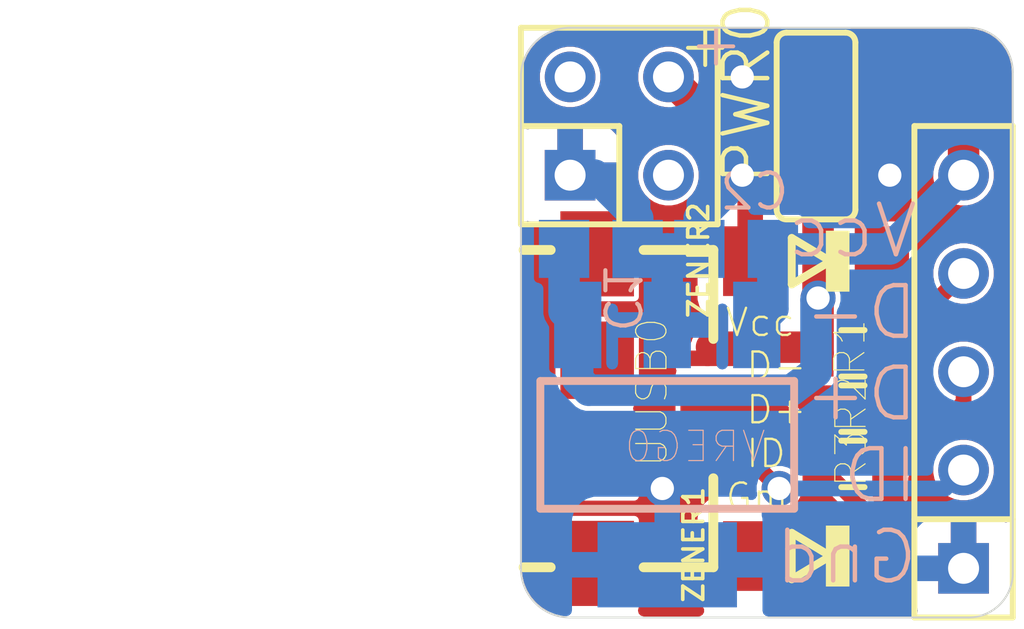
<source format=kicad_pcb>
(kicad_pcb (version 20241229) (generator "pcbnew") (generator_version "9.0")
  (layers (0 "F.Cu" signal) (2 "B.Cu" signal) (13 "F.Paste" user) (15 "B.Paste" user) (5 "F.SilkS" user "F.Silkscreen") (7 "B.SilkS" user "B.Silkscreen") (1 "F.Mask" user) (3 "B.Mask" user) (25 "Edge.Cuts" user))
  (net 0 "")
  (net 1 "D-")
  (net 2 "ID")
  (net 3 "GND")
  (net 4 "N$1")
  (net 5 "N$2")
  (net 6 "N$3")
  (net 7 "VDD")
  (net 8 "VBUS")
  (net 9 "VRAIL")
  (footprint "uUSB breakout v3:M1X5" (layer "F.Cu") (at 153.5811 106.2736 90)
    (property "Reference" "J2" (hide yes))
    (property "Value" "CON_HEADER_1X05-PTH" (hide yes))
    (fp_line (start 6.35 -1.27) (end 6.35 1.27) (stroke (width 0.1524)) (layer "F.SilkS"))
    (fp_line (start -3.81 -1.27) (end 6.35 -1.27) (stroke (width 0.1524)) (layer "F.SilkS"))
    (fp_line (start -6.35 -1.27) (end -3.81 -1.27) (stroke (width 0.1524)) (layer "F.SilkS"))
    (fp_line (start 6.35 1.27) (end -3.81 1.27) (stroke (width 0.1524)) (layer "F.SilkS"))
    (fp_line (start -3.81 1.27) (end -3.81 -1.27) (stroke (width 0.1524)) (layer "F.SilkS"))
    (fp_line (start -3.81 1.27) (end -6.35 1.27) (stroke (width 0.1524)) (layer "F.SilkS"))
    (fp_line (start -6.35 1.27) (end -6.35 -1.27) (stroke (width 0.1524)) (layer "F.SilkS"))
    (pad "1" thru_hole rect (at -5.08 0 90) (size 1.308 1.308) (drill 0.8) (layers "*.Cu" "*.Mask") (net 3 "GND"))
    (pad "2" thru_hole circle (at -2.54 0 90) (size 1.308 1.308) (drill 0.8) (layers "*.Cu" "*.Mask") (net 2 "ID"))
    (pad "3" thru_hole circle (at 0 0 90) (size 1.308 1.308) (drill 0.8) (layers "*.Cu" "*.Mask") (net 5 "N$2"))
    (pad "4" thru_hole circle (at 2.54 0 90) (size 1.308 1.308) (drill 0.8) (layers "*.Cu" "*.Mask") (net 4 "N$1"))
    (pad "5" thru_hole circle (at 5.08 0 90) (size 1.308 1.308) (drill 0.8) (layers "*.Cu" "*.Mask") (net 7 "VDD"))
  )
  (footprint "uUSB breakout v3:SOD80C" (layer "F.Cu") (at 149.7711 111.0361 180)
    (property "Reference" "ZENER1" (at 3.46075 1.8415 90) (layer "F.SilkS") (effects (font (size 0.516128 0.516128) (thickness 0.093472)) (justify right top)))
    (property "Value" "3.6V" (hide yes))
    (fp_line (start 0.627 0.6) (end 0.627 -0.6) (stroke (width 0.2032)) (layer "F.SilkS"))
    (fp_line (start 0.627 -0.6) (end -0.373 0) (stroke (width 0.2032)) (layer "F.SilkS"))
    (fp_line (start -0.373 0) (end 0.627 0.6) (stroke (width 0.2032)) (layer "F.SilkS"))
    (fp_poly (pts (xy -0.8636 0.7874) (xy -0.254 0.7874) (xy -0.254 -0.7874) (xy -0.8636 -0.7874)) (fill yes) (layer "F.SilkS"))
    (pad "A" smd rect (at 1.7 0 180) (size 1.4 1.8) (layers "F.Cu" "F.Mask" "F.Paste") (net 3 "GND"))
    (pad "C" smd rect (at -1.7 0 180) (size 1.4 1.8) (layers "F.Cu" "F.Mask" "F.Paste") (net 6 "N$3"))
  )
  (footprint "uUSB breakout v3:M2X2" (layer "F.Cu") (at 144.6911 99.9236)
    (property "Reference" "PWR0" (at 3.96875 1.5875 90) (layer "F.SilkS") (effects (font (size 1.1557 1.1557) (thickness 0.1143)) (justify left bottom)))
    (property "Value" "CON_HEADER_2X02-PTH" (hide yes))
    (fp_line (start -2.54 -2.54) (end -2.54 0) (stroke (width 0.1524)) (layer "F.SilkS"))
    (fp_line (start -2.54 0) (end -2.54 2.54) (stroke (width 0.1524)) (layer "F.SilkS"))
    (fp_line (start -2.54 2.54) (end 0 2.54) (stroke (width 0.1524)) (layer "F.SilkS"))
    (fp_line (start 0 0) (end -2.54 0) (stroke (width 0.1524)) (layer "F.SilkS"))
    (fp_line (start 0 0) (end 0 2.54) (stroke (width 0.1524)) (layer "F.SilkS"))
    (fp_line (start 0 2.54) (end 2.54 2.54) (stroke (width 0.1524)) (layer "F.SilkS"))
    (fp_line (start 2.54 -2.54) (end -2.54 -2.54) (stroke (width 0.1524)) (layer "F.SilkS"))
    (fp_line (start 2.54 2.54) (end 2.54 -2.54) (stroke (width 0.1524)) (layer "F.SilkS"))
    (pad "1" thru_hole rect (at -1.27 1.27) (size 1.308 1.308) (drill 0.8) (layers "*.Cu" "*.Mask") (net 3 "GND"))
    (pad "2" thru_hole circle (at -1.27 -1.27) (size 1.308 1.308) (drill 0.8) (layers "*.Cu" "*.Mask"))
    (pad "3" thru_hole circle (at 1.27 1.27) (size 1.308 1.308) (drill 0.8) (layers "*.Cu" "*.Mask"))
    (pad "4" thru_hole circle (at 1.27 -1.27) (size 1.308 1.308) (drill 0.8) (layers "*.Cu" "*.Mask") (net 9 "VRAIL"))
  )
  (footprint "uUSB breakout v3:0805" (layer "F.Cu") (at 150.7236 108.65485)
    (property "Reference" "R3" (at 0.41275 0.650875 90) (layer "F.SilkS") (effects (font (size 0.782889 0.782889) (thickness 0.029911)) (justify left bottom)))
    (property "Value" "68" (hide yes))
    (fp_line (start -0.3 -0.6) (end 0.3 -0.6) (stroke (width 0.1524)) (layer "F.SilkS"))
    (fp_line (start -0.3 0.6) (end 0.3 0.6) (stroke (width 0.1524)) (layer "F.SilkS"))
    (pad "1" smd rect (at -0.9 0) (size 0.8 1.2) (layers "F.Cu" "F.Mask" "F.Paste") (net 6 "N$3"))
    (pad "2" smd rect (at 0.9 0) (size 0.8 1.2) (layers "F.Cu" "F.Mask" "F.Paste") (net 5 "N$2"))
  )
  (footprint "uUSB breakout v3:0805" (layer "F.Cu") (at 150.7236 105.79735 180)
    (property "Reference" "R1" (at -0.381 -0.635 90) (layer "F.SilkS") (effects (font (size 0.782889 0.782889) (thickness 0.029911)) (justify left bottom)))
    (property "Value" "1.5k" (hide yes))
    (fp_line (start -0.3 0.6) (end 0.3 0.6) (stroke (width 0.1524)) (layer "F.SilkS"))
    (fp_line (start -0.3 -0.6) (end 0.3 -0.6) (stroke (width 0.1524)) (layer "F.SilkS"))
    (pad "1" smd rect (at -0.9 0 180) (size 0.8 1.2) (layers "F.Cu" "F.Mask" "F.Paste") (net 1 "D-"))
    (pad "2" smd rect (at 0.9 0 180) (size 0.8 1.2) (layers "F.Cu" "F.Mask" "F.Paste") (net 8 "VBUS"))
  )
  (footprint "uUSB breakout v3:0805" (layer "F.Cu") (at 150.7236 107.2261)
    (property "Reference" "R2" (at 0.41275 0.66675 90) (layer "F.SilkS") (effects (font (size 0.782889 0.782889) (thickness 0.029911)) (justify left bottom)))
    (property "Value" "68" (hide yes))
    (fp_line (start -0.3 -0.6) (end 0.3 -0.6) (stroke (width 0.1524)) (layer "F.SilkS"))
    (fp_line (start -0.3 0.6) (end 0.3 0.6) (stroke (width 0.1524)) (layer "F.SilkS"))
    (pad "1" smd rect (at -0.9 0) (size 0.8 1.2) (layers "F.Cu" "F.Mask" "F.Paste") (net 1 "D-"))
    (pad "2" smd rect (at 0.9 0) (size 0.8 1.2) (layers "F.Cu" "F.Mask" "F.Paste") (net 4 "N$1"))
  )
  (footprint "uUSB breakout v3:SJ_2" (layer "F.Cu") (at 149.7711 99.9236 -90)
    (property "Reference" "SJ1" (hide yes))
    (property "Value" "")
    (fp_line (start 2.159 1.016) (end -2.159 1.016) (stroke (width 0.1524)) (layer "F.SilkS"))
    (fp_line (start -2.413 0.762) (end -2.413 -0.762) (stroke (width 0.1524)) (layer "F.SilkS"))
    (fp_line (start 2.413 0.762) (end 2.413 -0.762) (stroke (width 0.1524)) (layer "F.SilkS"))
    (fp_line (start -2.159 -1.016) (end 2.159 -1.016) (stroke (width 0.1524)) (layer "F.SilkS"))
    (fp_arc (start -2.159 1.016) (mid -2.338605 0.941605) (end -2.413 0.762) (stroke (width 0.1524)) (layer "F.SilkS"))
    (fp_arc (start 2.413 0.762) (mid 2.338605 0.941605) (end 2.159 1.016) (stroke (width 0.1524)) (layer "F.SilkS"))
    (fp_arc (start -2.413 -0.762) (mid -2.338605 -0.941605) (end -2.159 -1.016) (stroke (width 0.1524)) (layer "F.SilkS"))
    (fp_arc (start 2.159 -1.016) (mid 2.338605 -0.941605) (end 2.413 -0.762) (stroke (width 0.1524)) (layer "F.SilkS"))
    (pad "1" smd rect (at -1.524 0 270) (size 1.1684 1.6002) (layers "F.Cu" "F.Mask" "F.Paste") (net 7 "VDD"))
    (pad "2" smd rect (at 0 0 270) (size 1.1684 1.6002) (layers "F.Cu" "F.Mask" "F.Paste") (net 9 "VRAIL"))
    (pad "3" smd rect (at 1.524 0 270) (size 1.1684 1.6002) (layers "F.Cu" "F.Mask" "F.Paste") (net 8 "VBUS"))
  )
  (footprint "uUSB breakout v3:SOD80C" (layer "F.Cu") (at 149.7711 103.4161 180)
    (property "Reference" "ZENER2" (at 2.7305 -1.524 90) (layer "F.SilkS") (effects (font (size 0.516128 0.516128) (thickness 0.093472)) (justify left bottom)))
    (property "Value" "3.6V" (hide yes))
    (fp_line (start 0.627 0.6) (end 0.627 -0.6) (stroke (width 0.2032)) (layer "F.SilkS"))
    (fp_line (start 0.627 -0.6) (end -0.373 0) (stroke (width 0.2032)) (layer "F.SilkS"))
    (fp_line (start -0.373 0) (end 0.627 0.6) (stroke (width 0.2032)) (layer "F.SilkS"))
    (fp_poly (pts (xy -0.8636 0.7874) (xy -0.254 0.7874) (xy -0.254 -0.7874) (xy -0.8636 -0.7874)) (fill yes) (layer "F.SilkS"))
    (pad "A" smd rect (at 1.7 0 180) (size 1.4 1.8) (layers "F.Cu" "F.Mask" "F.Paste") (net 3 "GND"))
    (pad "C" smd rect (at -1.7 0 180) (size 1.4 1.8) (layers "F.Cu" "F.Mask" "F.Paste") (net 1 "D-"))
  )
  (footprint "uUSB breakout v3:USB-AB-MICRO-SMD" (layer "F.Cu") (at 144.1196 107.2261)
    (property "Reference" "UUSB0" (at 1.87325 1.55575 90) (layer "F.SilkS") (effects (font (size 0.782889 0.782889) (thickness 0.029911)) (justify left bottom)))
    (property "Value" "")
    (fp_line (start -1.2 -4.1) (end -1.9 -4.1) (stroke (width 0.254)) (layer "F.SilkS"))
    (fp_line (start -1.2 4.1) (end -1.9 4.1) (stroke (width 0.254)) (layer "F.SilkS"))
    (fp_line (start 1.2 -4.1) (end 3 -4.1) (stroke (width 0.254)) (layer "F.SilkS"))
    (fp_line (start 3 -4.1) (end 3 -1.8) (stroke (width 0.254)) (layer "F.SilkS"))
    (fp_line (start 3 1.8) (end 3 4.1) (stroke (width 0.254)) (layer "F.SilkS"))
    (fp_line (start 3 4.1) (end 1.2 4.1) (stroke (width 0.254)) (layer "F.SilkS"))
    (pad "D+" smd rect (at 2.85 0 90) (size 0.4 1.4) (layers "F.Cu" "F.Mask" "F.Paste") (net 6 "N$3"))
    (pad "D-" smd rect (at 2.85 -0.65 90) (size 0.4 1.4) (layers "F.Cu" "F.Mask" "F.Paste") (net 1 "D-"))
    (pad "GND" smd rect (at 2.85 1.3 90) (size 0.4 1.4) (layers "F.Cu" "F.Mask" "F.Paste") (net 3 "GND"))
    (pad "ID" smd rect (at 2.85 0.65 90) (size 0.4 1.4) (layers "F.Cu" "F.Mask" "F.Paste") (net 2 "ID"))
    (pad "P$6" smd rect (at 0 -1.25 90) (size 2 1.9) (layers "F.Cu" "F.Mask" "F.Paste"))
    (pad "P$7" smd rect (at 0 1.25 90) (size 2 1.9) (layers "F.Cu" "F.Mask" "F.Paste"))
    (pad "P$8" smd rect (at 0 -4 90) (size 2.2 1.9) (layers "F.Cu" "F.Mask" "F.Paste"))
    (pad "P$9" smd rect (at 0 4 90) (size 2.2 1.9) (layers "F.Cu" "F.Mask" "F.Paste"))
    (pad "VBUS" smd rect (at 2.85 -1.3 90) (size 0.4 1.4) (layers "F.Cu" "F.Mask" "F.Paste") (net 8 "VBUS"))
  )
  (footprint "uUSB breakout v3:C805" (layer "B.Cu") (at 144.21485 103.0986)
    (property "Reference" "C1" (at 0 2.2225 270) (layer "B.SilkS") (effects (font (size 0.90871 0.90871) (thickness 0.10729)) (justify left bottom mirror)))
    (property "Value" "")
    (pad "1" smd rect (at -0.95 0) (size 1.3 1.5) (layers "B.Cu" "B.Mask" "B.Paste") (net 8 "VBUS"))
    (pad "2" smd rect (at 0.95 0) (size 1.3 1.5) (layers "B.Cu" "B.Mask" "B.Paste") (net 3 "GND"))
  )
  (footprint "uUSB breakout v3:C805" (layer "B.Cu") (at 147.70735 103.0986 180)
    (property "Reference" "C2" (at -1.42875 0.9525 0) (layer "B.SilkS") (effects (font (size 0.90871 0.90871) (thickness 0.10729)) (justify left bottom mirror)))
    (property "Value" "")
    (pad "1" smd rect (at -0.95 0 180) (size 1.3 1.5) (layers "B.Cu" "B.Mask" "B.Paste") (net 7 "VDD"))
    (pad "2" smd rect (at 0.95 0 180) (size 1.3 1.5) (layers "B.Cu" "B.Mask" "B.Paste") (net 3 "GND"))
  )
  (footprint "uUSB breakout v3:SOT223" (layer "B.Cu") (at 145.92935 108.162725)
    (property "Reference" "VREG0" (at -1.143 -0.41275 0) (layer "B.SilkS") (effects (font (size 0.782889 0.782889) (thickness 0.029911)) (justify right top mirror)))
    (property "Value" "")
    (fp_line (start -3.2766 -1.651) (end -3.2766 1.651) (stroke (width 0.2032)) (layer "B.SilkS"))
    (fp_line (start -3.2766 1.651) (end 3.2766 1.651) (stroke (width 0.2032)) (layer "B.SilkS"))
    (fp_line (start 3.2766 -1.651) (end -3.2766 -1.651) (stroke (width 0.2032)) (layer "B.SilkS"))
    (fp_line (start 3.2766 1.651) (end 3.2766 -1.651) (stroke (width 0.2032)) (layer "B.SilkS"))
    (pad "1" smd rect (at -2.3114 -3.0988) (size 1.2192 2.2352) (layers "B.Cu" "B.Mask" "B.Paste") (net 8 "VBUS"))
    (pad "2" smd rect (at 0 -3.0988) (size 1.2192 2.2352) (layers "B.Cu" "B.Mask" "B.Paste") (net 3 "GND"))
    (pad "3" smd rect (at 2.3114 -3.0988) (size 1.2192 2.2352) (layers "B.Cu" "B.Mask" "B.Paste") (net 7 "VDD"))
    (pad "4" smd rect (at 0 3.099) (size 3.6 2.2) (layers "B.Cu" "B.Mask" "B.Paste") (net 3 "GND"))
  )
  (gr_arc (start 153.706337 97.3836) (mid 154.515807 97.718893) (end 154.8511 98.528363) (stroke (width 0.05)) (layer "Edge.Cuts"))
  (gr_arc (start 143.4211 112.6236) (mid 142.523074 112.251626) (end 142.1511 111.3536) (stroke (width 0.05)) (layer "Edge.Cuts"))
  (gr_line (start 142.1511 98.6536) (end 142.1511 111.3536) (stroke (width 0.05)) (layer "Edge.Cuts"))
  (gr_arc (start 154.8511 111.478839) (mid 154.515806 112.288308) (end 153.706337 112.6236) (stroke (width 0.05)) (layer "Edge.Cuts"))
  (gr_arc (start 142.1511 98.6536) (mid 142.523074 97.755574) (end 143.4211 97.3836) (stroke (width 0.05)) (layer "Edge.Cuts"))
  (gr_line (start 153.706337 97.3836) (end 143.4211 97.3836) (stroke (width 0.05)) (layer "Edge.Cuts"))
  (gr_line (start 143.4211 112.6236) (end 153.706337 112.6236) (stroke (width 0.05)) (layer "Edge.Cuts"))
  (gr_line (start 154.8511 111.478838) (end 154.8511 98.528363) (stroke (width 0.05)) (layer "Edge.Cuts"))
  (gr_text "Vcc\n D-\n D+\n ID\nGnd" (at 147.38985 109.92485 0) (layer "F.SilkS") (effects (font (size 0.70104 0.70104) (thickness 0.06096)) (justify left bottom)))
  (gr_text "+" (at 146.11985 98.49485 0) (layer "F.SilkS") (effects (font (size 1.1684 1.1684) (thickness 0.1016)) (justify left bottom)))
  (gr_text "Vcc\nD-\nD+\nID\nGnd" (at 152.46985 111.82985 -0) (layer "B.SilkS") (effects (font (size 1.308608 1.308608) (thickness 0.113792)) (justify left bottom mirror)))
  (gr_text "+" (at 146.5961 98.6536 -90) (layer "B.SilkS") (effects (font (size 1.1684 1.1684) (thickness 0.1016)) (justify left bottom mirror)))
  (segment (start 149.61235 107.2261) (end 149.8236 107.2261) (width 0.4064) (layer "F.Cu") (net 1))
  (segment (start 151.0411 106.2736) (end 150.0886 107.2261) (width 0.4064) (layer "F.Cu") (net 1))
  (segment (start 146.9696 106.5761) (end 148.96235 106.5761) (width 0.4064) (layer "F.Cu") (net 1))
  (segment (start 151.51735 105.79735) (end 151.0411 106.2736) (width 0.4064) (layer "F.Cu") (net 1))
  (segment (start 151.14735 106.2736) (end 151.0411 106.2736) (width 0.4064) (layer "F.Cu") (net 1))
  (segment (start 151.6236 105.79735) (end 151.14735 106.2736) (width 0.4064) (layer "F.Cu") (net 1))
  (segment (start 148.96235 106.5761) (end 149.61235 107.2261) (width 0.4064) (layer "F.Cu") (net 1))
  (segment (start 151.6236 105.79735) (end 151.51735 105.79735) (width 0.4064) (layer "F.Cu") (net 1))
  (segment (start 150.0886 107.2261) (end 149.8236 107.2261) (width 0.4064) (layer "F.Cu") (net 1))
  (segment (start 151.4711 103.4161) (end 151.6236 103.5686) (width 0.4064) (layer "F.Cu") (net 1))
  (segment (start 151.6236 103.5686) (end 151.6236 105.79735) (width 0.4064) (layer "F.Cu") (net 1))
  (segment (start 148.34235 108.8136) (end 148.8186 109.28985) (width 0.4064) (layer "F.Cu") (net 2))
  (segment (start 146.9696 107.8761) (end 148.1986 107.8761) (width 0.4064) (layer "F.Cu") (net 2))
  (segment (start 148.1986 107.8761) (end 148.34235 108.01985) (width 0.4064) (layer "F.Cu") (net 2))
  (segment (start 148.34235 108.01985) (end 148.34235 108.8136) (width 0.4064) (layer "F.Cu") (net 2))
  (via (at 148.8186 109.28985) (size 0.9048) (drill 0.6) (layers "F.Cu" "B.Cu") (net 2))
  (segment (start 153.10485 109.28985) (end 153.5811 108.8136) (width 0.4064) (layer "B.Cu") (net 2))
  (segment (start 148.8186 109.28985) (end 153.10485 109.28985) (width 0.4064) (layer "B.Cu") (net 2))
  (segment (start 146.2786 100.08235) (end 146.9136 100.71735) (width 0.4064) (layer "F.Cu") (net 3))
  (segment (start 147.38985 100.71735) (end 146.9136 100.71735) (width 0.4064) (layer "F.Cu") (net 3))
  (segment (start 145.0086 101.66985) (end 145.80235 102.30485) (width 0.3556) (layer "F.Cu") (net 3))
  (segment (start 147.8661 101.1936) (end 147.38985 100.71735) (width 0.4064) (layer "F.Cu") (net 3))
  (via (at 151.6761 101.1936) (size 0.9048) (drill 0.6) (layers "F.Cu" "B.Cu") (net 3))
  (via (at 147.8661 101.1936) (size 0.9048) (drill 0.6) (layers "F.Cu" "B.Cu") (net 3))
  (via (at 145.80235 109.28985) (size 0.9048) (drill 0.6) (layers "F.Cu" "B.Cu") (net 3))
  (via (at 147.8661 98.6536) (size 0.9048) (drill 0.6) (layers "F.Cu" "B.Cu") (net 3))
  (segment (start 143.4211 101.1936) (end 144.0561 101.1936) (width 0.8128) (layer "B.Cu") (net 3))
  (segment (start 144.0561 101.1936) (end 145.16485 102.30235) (width 0.8128) (layer "B.Cu") (net 3))
  (segment (start 145.92935 105.063925) (end 145.92935 103.0986) (width 0.8128) (layer "B.Cu") (net 3))
  (segment (start 146.75485 102.30485) (end 147.8661 101.1936) (width 0.8128) (layer "B.Cu") (net 3))
  (segment (start 145.92935 103.0986) (end 146.75485 103.0986) (width 0.8128) (layer "B.Cu") (net 3))
  (segment (start 145.16485 102.30235) (end 145.16485 103.0986) (width 0.8128) (layer "B.Cu") (net 3))
  (segment (start 146.75485 103.0986) (end 146.75485 102.30485) (width 0.8128) (layer "B.Cu") (net 3))
  (segment (start 146.75485 103.0986) (end 146.75735 103.0986) (width 0.8128) (layer "B.Cu") (net 3))
  (segment (start 145.16485 103.0986) (end 145.92935 103.0986) (width 0.8128) (layer "B.Cu") (net 3))
  (segment (start 152.46985 106.74985) (end 152.46985 104.84485) (width 0.4064) (layer "F.Cu") (net 4))
  (segment (start 151.9936 107.2261) (end 152.46985 106.74985) (width 0.4064) (layer "F.Cu") (net 4))
  (segment (start 152.46985 104.84485) (end 153.5811 103.7336) (width 0.4064) (layer "F.Cu") (net 4))
  (segment (start 151.6236 107.2261) (end 151.9936 107.2261) (width 0.4064) (layer "F.Cu") (net 4))
  (segment (start 151.9936 108.65485) (end 153.5811 107.06735) (width 0.4064) (layer "F.Cu") (net 5))
  (segment (start 153.5811 107.06735) (end 153.5811 106.2736) (width 0.4064) (layer "F.Cu") (net 5))
  (segment (start 151.6236 108.65485) (end 151.9936 108.65485) (width 0.4064) (layer "F.Cu") (net 5))
  (segment (start 148.97735 108.1786) (end 149.4536 108.65485) (width 0.4064) (layer "F.Cu") (net 6))
  (segment (start 146.9696 107.2261) (end 148.8186 107.2261) (width 0.4064) (layer "F.Cu") (net 6))
  (segment (start 149.4536 108.65485) (end 149.8236 108.65485) (width 0.4064) (layer "F.Cu") (net 6))
  (segment (start 151.4711 110.30235) (end 151.4711 111.0361) (width 0.4064) (layer "F.Cu") (net 6))
  (segment (start 148.8186 107.2261) (end 148.97735 107.38485) (width 0.4064) (layer "F.Cu") (net 6))
  (segment (start 148.97735 107.38485) (end 148.97735 108.1786) (width 0.4064) (layer "F.Cu") (net 6))
  (segment (start 149.8236 108.65485) (end 151.4711 110.30235) (width 0.4064) (layer "F.Cu") (net 6))
  (segment (start 152.0571 98.3996) (end 149.7711 98.3996) (width 0.8128) (layer "F.Cu") (net 7))
  (segment (start 153.5811 99.9236) (end 152.0571 98.3996) (width 0.8128) (layer "F.Cu") (net 7))
  (segment (start 153.5811 101.1936) (end 153.5811 99.9236) (width 0.8128) (layer "F.Cu") (net 7))
  (segment (start 148.65735 104.647325) (end 148.65735 103.0986) (width 0.8128) (layer "B.Cu") (net 7))
  (segment (start 148.65735 103.0986) (end 151.6761 103.0986) (width 0.8128) (layer "B.Cu") (net 7))
  (segment (start 148.24075 105.063925) (end 148.65735 104.647325) (width 0.8128) (layer "B.Cu") (net 7))
  (segment (start 151.6761 103.0986) (end 153.5811 101.1936) (width 0.8128) (layer "B.Cu") (net 7))
  (segment (start 146.9696 105.74135) (end 147.07235 105.6386) (width 0.4064) (layer "F.Cu") (net 8))
  (segment (start 149.8236 101.5001) (end 149.7711 101.4476) (width 0.8128) (layer "F.Cu") (net 8))
  (segment (start 149.66485 105.6386) (end 149.8236 105.79735) (width 0.8128) (layer "F.Cu") (net 8))
  (segment (start 149.8236 104.3686) (end 149.8236 101.5001) (width 0.8128) (layer "F.Cu") (net 8))
  (segment (start 146.9696 105.9261) (end 146.9696 105.74135) (width 0.4064) (layer "F.Cu") (net 8))
  (segment (start 147.07235 105.6386) (end 149.66485 105.6386) (width 0.8128) (layer "F.Cu") (net 8))
  (segment (start 149.8236 105.79735) (end 149.8236 104.3686) (width 0.8128) (layer "F.Cu") (net 8))
  (via (at 149.8236 104.3686) (size 0.9048) (drill 0.6) (layers "F.Cu" "B.Cu") (net 8))
  (segment (start 143.89735 106.74985) (end 149.1361 106.74985) (width 0.8128) (layer "B.Cu") (net 8))
  (segment (start 143.61795 106.47045) (end 143.89735 106.74985) (width 0.8128) (layer "B.Cu") (net 8))
  (segment (start 143.61795 105.063925) (end 143.61795 106.47045) (width 0.8128) (layer "B.Cu") (net 8))
  (segment (start 149.7711 106.2736) (end 149.7711 104.4211) (width 0.8128) (layer "B.Cu") (net 8))
  (segment (start 149.1361 106.74985) (end 149.7711 106.2736) (width 0.8128) (layer "B.Cu") (net 8))
  (segment (start 143.26485 104.710825) (end 143.26485 103.0986) (width 0.8128) (layer "B.Cu") (net 8))
  (segment (start 149.7711 104.4211) (end 149.8236 104.3686) (width 0.8128) (layer "B.Cu") (net 8))
  (segment (start 143.61795 105.063925) (end 143.26485 104.710825) (width 0.8128) (layer "B.Cu") (net 8))
  (segment (start 147.2311 99.9236) (end 149.7711 99.9236) (width 0.8128) (layer "F.Cu") (net 9))
  (segment (start 145.9611 98.6536) (end 147.2311 99.9236) (width 0.8128) (layer "F.Cu") (net 9))
  (zone (net 3) (net_name "GND") (layer "F.Cu") (priority 6) (connect_pads (clearance 0.000001)) (min_thickness 0.3048) (fill yes (thermal_gap 0.6596) (thermal_bridge_width 0.6596))
    (polygon (pts (xy 155.1559 112.9284) (xy 141.8463 112.9284) (xy 141.8463 97.0788) (xy 155.1559 97.0788)))
  )
  (zone (net 3) (net_name "GND") (layer "B.Cu") (priority 6) (connect_pads (clearance 0.000001)) (min_thickness 0.3048) (fill yes (thermal_gap 0.6596) (thermal_bridge_width 0.6596))
    (polygon (pts (xy 155.1559 112.9284) (xy 141.8463 112.9284) (xy 141.8463 97.0788) (xy 155.1559 97.0788)))
  )
)
</source>
